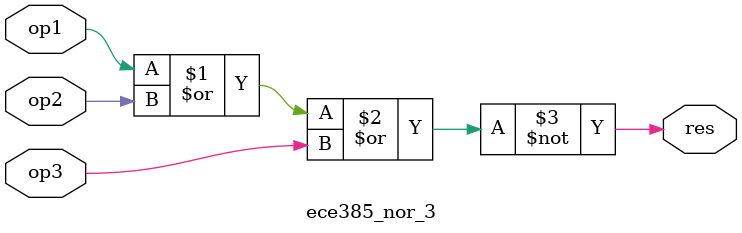
<source format=sv>
module ece385_nor_3(
    input logic op1, op2, op3,
    output logic res
    );
    assign res = ~(op1 | op2 | op3);
endmodule
</source>
